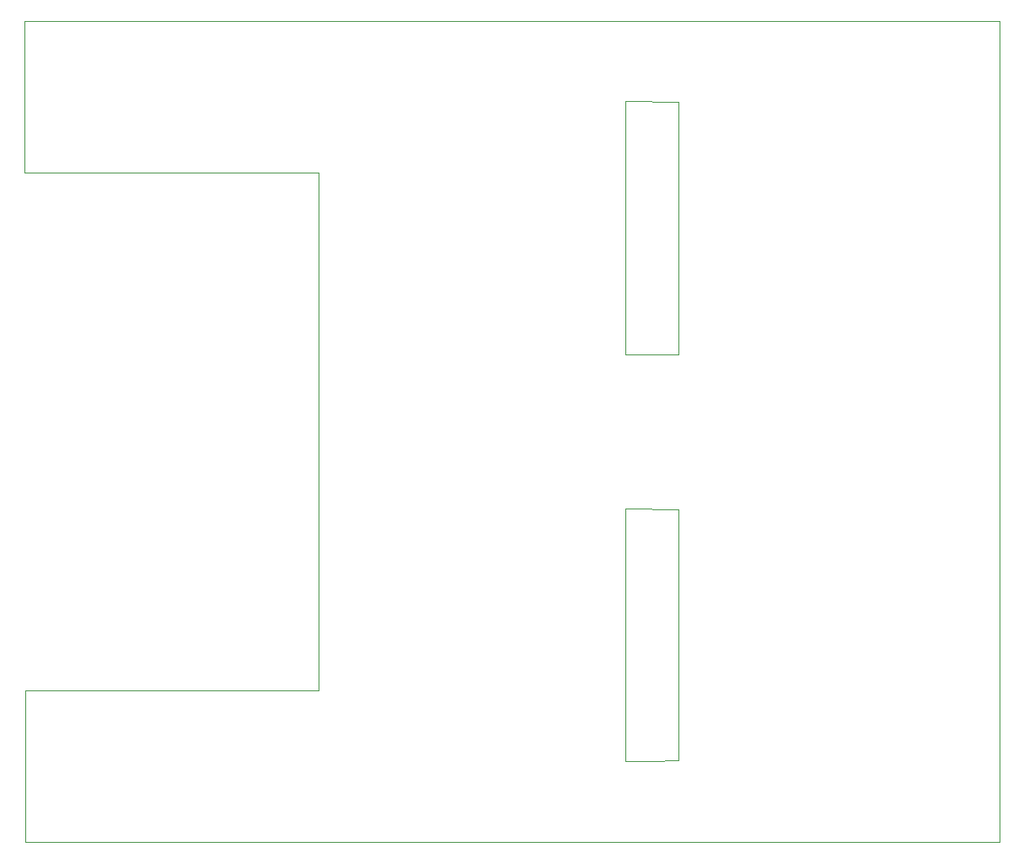
<source format=gbr>
G04 #@! TF.GenerationSoftware,KiCad,Pcbnew,(5.1.2)-2*
G04 #@! TF.CreationDate,2022-01-19T07:22:50-03:00*
G04 #@! TF.ProjectId,MAG_Plus,4d41475f-506c-4757-932e-6b696361645f,rev?*
G04 #@! TF.SameCoordinates,Original*
G04 #@! TF.FileFunction,Profile,NP*
%FSLAX46Y46*%
G04 Gerber Fmt 4.6, Leading zero omitted, Abs format (unit mm)*
G04 Created by KiCad (PCBNEW (5.1.2)-2) date 2022-01-19 07:22:50*
%MOMM*%
%LPD*%
G04 APERTURE LIST*
%ADD10C,0.050000*%
G04 APERTURE END LIST*
D10*
X72310000Y-45550000D02*
X72310000Y-20100000D01*
X77660000Y-20150000D02*
X77660000Y-45550000D01*
X77660000Y-61100000D02*
X77660000Y-86400000D01*
X72310000Y-86450000D02*
X72310000Y-61050000D01*
X72310000Y-45550000D02*
X77660000Y-45550000D01*
X72310000Y-61050000D02*
X77660000Y-61100000D01*
X74860000Y-86450000D02*
X72310000Y-86450000D01*
X77660000Y-20150000D02*
X72310000Y-20100000D01*
X74860000Y-86450000D02*
X77660000Y-86400000D01*
X12000000Y-27280000D02*
X12000000Y-12000000D01*
X12050000Y-79320000D02*
X12060000Y-94600000D01*
X41500000Y-79320000D02*
X41500000Y-27280000D01*
X12050000Y-79320000D02*
X41500000Y-79320000D01*
X12000000Y-27280000D02*
X41500000Y-27280000D01*
X12000000Y-12000000D02*
X47180000Y-12000000D01*
X47180000Y-12000000D02*
X109960000Y-12000000D01*
X109960000Y-94600000D02*
X12060000Y-94600000D01*
X109960000Y-12000000D02*
X109960000Y-94600000D01*
M02*

</source>
